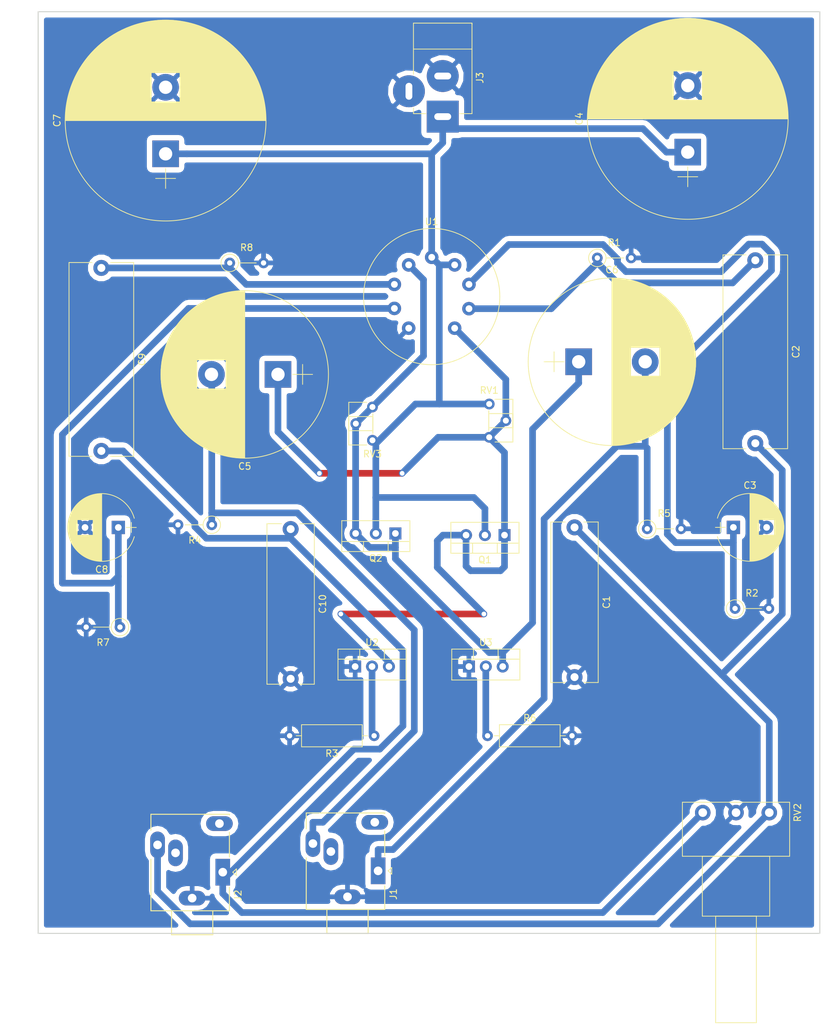
<source format=kicad_pcb>
(kicad_pcb (version 4) (host pcbnew 4.0.7)
  (layers (0 F.Cu signal) (31 B.Cu signal) (34 B.Paste user) (35 F.Paste user) (36 B.SilkS user) (37 F.SilkS user) (38 B.Mask user) (39 F.Mask user) (44 Edge.Cuts user))
  (net 0 "")
  (net 1 "Net-(C1-Pad1)")
  (net 2 GND)
  (net 3 "Net-(C2-Pad1)")
  (net 4 "Net-(C3-Pad1)")
  (net 5 +12V)
  (net 6 "Net-(C5-Pad1)")
  (net 7 "Net-(C5-Pad2)")
  (net 8 "Net-(C6-Pad1)")
  (net 9 "Net-(C6-Pad2)")
  (net 10 "Net-(C8-Pad1)")
  (net 11 "Net-(C9-Pad1)")
  (net 12 "Net-(C10-Pad1)")
  (net 13 "Net-(R3-Pad1)")
  (net 14 "Net-(R6-Pad1)")
  (module Capacitors_THT:CP_Radial_D10.0mm_P5.00mm (layer F.Cu) (at 50.55 94.5 180)
    (fp_text reference C8 (at 2.5 -6.31 180) (layer F.SilkS))
    (fp_text value 100u)
    (pad 1 thru_hole rect (at 0 0 180) (size 2 2) (drill 1) (layers *.Cu *.Mask) (net 10 "Net-(C8-Pad1)"))
    (pad 2 thru_hole circle (at 5 0 180) (size 2 2) (drill 1) (layers *.Cu *.Mask) (net 2 GND))
  )
  (module Capacitors_THT:CP_Radial_D30.0mm_P10.00mm_SnapIn (layer F.Cu) (at 57.658 38.354 90)
    (fp_text reference C7 (at 5 -16.31 90) (layer F.SilkS))
    (fp_text value 1000u)
    (pad 1 thru_hole rect (at 0 0 90) (size 4 4) (drill 2) (layers *.Cu *.Mask) (net 5 +12V))
    (pad 2 thru_hole circle (at 10 0 90) (size 4 4) (drill 2) (layers *.Cu *.Mask) (net 2 GND))
  )
  (module TO_SOT_Packages_THT:TO-220-3_Vertical (layer F.Cu) (at 108.2 95.75 180)
    (fp_text reference Q1 (at 2.54 -3.62 180) (layer F.SilkS))
    (fp_text value IRF610)
    (pad 1 thru_hole rect (at -0.4 0.1 180) (size 1.8 1.8) (drill 1) (layers *.Cu *.Mask) (net 6 "Net-(C5-Pad1)"))
    (pad 2 thru_hole oval (at 2.54 0.1 180) (size 1.8 1.8) (drill 1) (layers *.Cu *.Mask) (net 5 +12V))
    (pad 3 thru_hole oval (at 5.38 0.1 180) (size 1.8 1.8) (drill 1) (layers *.Cu *.Mask) (net 6 "Net-(C5-Pad1)"))
  )
  (module TO_SOT_Packages_THT:TO-220-3_Vertical (layer F.Cu) (at 91.8 95.5 180)
    (fp_text reference Q2 (at 2.54 -3.62 180) (layer F.SilkS))
    (fp_text value IRF610)
    (pad 1 thru_hole rect (at -0.4 0.1 180) (size 1.8 1.8) (drill 1) (layers *.Cu *.Mask) (net 8 "Net-(C6-Pad1)"))
    (pad 2 thru_hole oval (at 2.54 0.1 180) (size 1.8 1.8) (drill 1) (layers *.Cu *.Mask) (net 5 +12V))
    (pad 3 thru_hole oval (at 5.58 0.1 180) (size 1.8 1.8) (drill 1) (layers *.Cu *.Mask) (net 8 "Net-(C6-Pad1)"))
  )
  (module Capacitors_THT:C_Rect_L24.0mm_W7.0mm_P22.50mm_MKT (layer F.Cu) (at 119.126 94.488 270)
    (fp_text reference C1 (at 11.25 -4.81 270) (layer F.SilkS))
    (fp_text value .22u)
    (pad 1 thru_hole circle (at 0 0 270) (size 2.4 2.4) (drill 1.2) (layers *.Cu *.Mask) (net 1 "Net-(C1-Pad1)"))
    (pad 2 thru_hole circle (at 22.5 0 270) (size 2.4 2.4) (drill 1.2) (layers *.Cu *.Mask) (net 2 GND))
  )
  (module Capacitors_THT:C_Rect_L29.0mm_W9.6mm_P27.50mm_MKT (layer F.Cu) (at 146.3 54.35 270)
    (fp_text reference C2 (at 13.75 -6.11 270) (layer F.SilkS))
    (fp_text value 2.2u)
    (pad 1 thru_hole circle (at 0 0 270) (size 2.4 2.4) (drill 1.2) (layers *.Cu *.Mask) (net 3 "Net-(C2-Pad1)"))
    (pad 2 thru_hole circle (at 27.5 0 270) (size 2.4 2.4) (drill 1.2) (layers *.Cu *.Mask) (net 1 "Net-(C1-Pad1)"))
  )
  (module Capacitors_THT:CP_Radial_D10.0mm_P5.00mm (layer F.Cu) (at 143.002 94.488)
    (fp_text reference C3 (at 2.5 -6.31) (layer F.SilkS))
    (fp_text value 100u)
    (pad 1 thru_hole rect (at 0 0) (size 2 2) (drill 1) (layers *.Cu *.Mask) (net 4 "Net-(C3-Pad1)"))
    (pad 2 thru_hole circle (at 5 0) (size 2 2) (drill 1) (layers *.Cu *.Mask) (net 2 GND))
  )
  (module Capacitors_THT:CP_Radial_D30.0mm_P10.00mm_SnapIn (layer F.Cu) (at 136.144 38.1 90)
    (fp_text reference C4 (at 5 -16.31 90) (layer F.SilkS))
    (fp_text value 1000u)
    (pad 1 thru_hole rect (at 0 0 90) (size 4 4) (drill 2) (layers *.Cu *.Mask) (net 5 +12V))
    (pad 2 thru_hole circle (at 10 0 90) (size 4 4) (drill 2) (layers *.Cu *.Mask) (net 2 GND))
  )
  (module Capacitors_THT:CP_Radial_D25.0mm_P10.00mm_SnapIn (layer F.Cu) (at 74.55 71.5 180)
    (fp_text reference C5 (at 5 -13.81 180) (layer F.SilkS))
    (fp_text value 470u)
    (pad 1 thru_hole rect (at 0 0 180) (size 4 4) (drill 2) (layers *.Cu *.Mask) (net 6 "Net-(C5-Pad1)"))
    (pad 2 thru_hole circle (at 10 0 180) (size 4 4) (drill 2) (layers *.Cu *.Mask) (net 7 "Net-(C5-Pad2)"))
  )
  (module Capacitors_THT:CP_Radial_D25.0mm_P10.00mm_SnapIn (layer F.Cu) (at 119.75 69.6)
    (fp_text reference C6 (at 5 -13.81) (layer F.SilkS))
    (fp_text value 470u)
    (pad 1 thru_hole rect (at 0 0) (size 4 4) (drill 2) (layers *.Cu *.Mask) (net 8 "Net-(C6-Pad1)"))
    (pad 2 thru_hole circle (at 10 0) (size 4 4) (drill 2) (layers *.Cu *.Mask) (net 9 "Net-(C6-Pad2)"))
  )
  (module Capacitors_THT:C_Rect_L29.0mm_W9.6mm_P27.50mm_MKT (layer F.Cu) (at 48 55.5 270)
    (fp_text reference C9 (at 13.75 -6.11 270) (layer F.SilkS))
    (fp_text value 2.2u)
    (pad 1 thru_hole circle (at 0 0 270) (size 2.4 2.4) (drill 1.2) (layers *.Cu *.Mask) (net 11 "Net-(C9-Pad1)"))
    (pad 2 thru_hole circle (at 27.5 0 270) (size 2.4 2.4) (drill 1.2) (layers *.Cu *.Mask) (net 12 "Net-(C10-Pad1)"))
  )
  (module Capacitors_THT:C_Rect_L24.0mm_W7.0mm_P22.50mm_MKT (layer F.Cu) (at 76.454 94.742 270)
    (fp_text reference C10 (at 11.25 -4.81 270) (layer F.SilkS))
    (fp_text value .22u)
    (pad 1 thru_hole circle (at 0 0 270) (size 2.4 2.4) (drill 1.2) (layers *.Cu *.Mask) (net 12 "Net-(C10-Pad1)"))
    (pad 2 thru_hole circle (at 22.5 0 270) (size 2.4 2.4) (drill 1.2) (layers *.Cu *.Mask) (net 2 GND))
  )
  (module Connectors:StereoJack_3.5mm_Switch_Ledino_KB3SPRS_Horizontal (layer F.Cu) (at 89.6 146.1 90)
    (fp_text reference J1 (at -3.5 2.3 90) (layer F.SilkS))
    (fp_text value Audio_OUT)
    (pad 1 thru_hole rect (at 0 0 90) (size 4 2.2) (drill 1.3) (layers *.Cu *.Mask) (net 9 "Net-(C6-Pad2)"))
    (pad 4 thru_hole oval (at 7.3 -0.5 180) (size 4 2.2) (drill 1.3) (layers *.Cu *.Mask))
    (pad 5 thru_hole oval (at 2.9 -7.1 90) (size 4 2.2) (drill 1.3) (layers *.Cu *.Mask))
    (pad 2 thru_hole oval (at 4.1 -9.8 90) (size 4 2.2) (drill 1.3) (layers *.Cu *.Mask) (net 7 "Net-(C5-Pad2)"))
    (pad 3 thru_hole oval (at -3.9 -4.6 90) (size 2.2 4) (drill 1.3) (layers *.Cu *.Mask) (net 2 GND))
  )
  (module Connectors:StereoJack_3.5mm_Switch_Ledino_KB3SPRS_Horizontal (layer F.Cu) (at 66.25 146.3 90)
    (fp_text reference J2 (at -3.5 2.3 90) (layer F.SilkS))
    (fp_text value Audio_IN)
    (pad 1 thru_hole rect (at 0 0 90) (size 4 2.2) (drill 1.3) (layers *.Cu *.Mask) (net 12 "Net-(C10-Pad1)"))
    (pad 4 thru_hole oval (at 7.3 -0.5 180) (size 4 2.2) (drill 1.3) (layers *.Cu *.Mask))
    (pad 5 thru_hole oval (at 2.9 -7.1 90) (size 4 2.2) (drill 1.3) (layers *.Cu *.Mask))
    (pad 2 thru_hole oval (at 4.1 -9.8 90) (size 4 2.2) (drill 1.3) (layers *.Cu *.Mask) (net 1 "Net-(C1-Pad1)"))
    (pad 3 thru_hole oval (at -3.9 -4.6 90) (size 2.2 4) (drill 1.3) (layers *.Cu *.Mask) (net 2 GND))
  )
  (module Connectors:JACK_ALIM (layer F.Cu) (at 99.314 32.766 270)
    (fp_text reference J3 (at -5.84 -5.59 270) (layer F.SilkS))
    (fp_text value Jack-DC)
    (pad 2 thru_hole circle (at -6.1 0 270) (size 4.8 4.8) (drill oval 1.02 2.54) (layers *.Cu *.Mask) (net 2 GND))
    (pad 1 thru_hole rect (at 0 0 270) (size 4.8 4.8) (drill oval 1.02 2.54) (layers *.Cu *.Mask) (net 5 +12V))
    (pad 3 thru_hole circle (at -3.81 5.08 270) (size 4.8 4.8) (drill oval 2.54 1.02) (layers *.Cu *.Mask) (net 2 GND))
  )
  (module Resistors_THT:R_Axial_DIN0207_L6.3mm_D2.5mm_P5.08mm_Vertical (layer F.Cu) (at 122.55 54)
    (fp_text reference R1 (at 2.54 -2.31) (layer F.SilkS))
    (fp_text value 100k)
    (pad 1 thru_hole circle (at 0 0) (size 1.6 1.6) (drill 0.8) (layers *.Cu *.Mask) (net 3 "Net-(C2-Pad1)"))
    (pad 2 thru_hole oval (at 5.08 0) (size 1.6 1.6) (drill 0.8) (layers *.Cu *.Mask) (net 2 GND))
  )
  (module Resistors_THT:R_Axial_DIN0207_L6.3mm_D2.5mm_P5.08mm_Vertical (layer F.Cu) (at 143.256 106.68)
    (fp_text reference R2 (at 2.54 -2.31) (layer F.SilkS))
    (fp_text value 150)
    (pad 1 thru_hole circle (at 0 0) (size 1.6 1.6) (drill 0.8) (layers *.Cu *.Mask) (net 4 "Net-(C3-Pad1)"))
    (pad 2 thru_hole oval (at 5.08 0) (size 1.6 1.6) (drill 0.8) (layers *.Cu *.Mask) (net 2 GND))
  )
  (module Resistors_THT:R_Axial_DIN0309_L9.0mm_D3.2mm_P12.70mm_Horizontal (layer F.Cu) (at 89 125.8 180)
    (fp_text reference R3 (at 6.35 -2.66 180) (layer F.SilkS))
    (fp_text value 10)
    (pad 1 thru_hole circle (at 0 0 180) (size 1.6 1.6) (drill 0.8) (layers *.Cu *.Mask) (net 13 "Net-(R3-Pad1)"))
    (pad 2 thru_hole oval (at 12.7 0 180) (size 1.6 1.6) (drill 0.8) (layers *.Cu *.Mask) (net 2 GND))
  )
  (module Resistors_THT:R_Axial_DIN0207_L6.3mm_D2.5mm_P5.08mm_Vertical (layer F.Cu) (at 64.6 94.1 180)
    (fp_text reference R4 (at 2.54 -2.31 180) (layer F.SilkS))
    (fp_text value 1k)
    (pad 1 thru_hole circle (at 0 0 180) (size 1.6 1.6) (drill 0.8) (layers *.Cu *.Mask) (net 7 "Net-(C5-Pad2)"))
    (pad 2 thru_hole oval (at 5.08 0 180) (size 1.6 1.6) (drill 0.8) (layers *.Cu *.Mask) (net 2 GND))
  )
  (module Resistors_THT:R_Axial_DIN0207_L6.3mm_D2.5mm_P5.08mm_Vertical (layer F.Cu) (at 130.05 94.7)
    (fp_text reference R5 (at 2.54 -2.31) (layer F.SilkS))
    (fp_text value 1k)
    (pad 1 thru_hole circle (at 0 0) (size 1.6 1.6) (drill 0.8) (layers *.Cu *.Mask) (net 9 "Net-(C6-Pad2)"))
    (pad 2 thru_hole oval (at 5.08 0) (size 1.6 1.6) (drill 0.8) (layers *.Cu *.Mask) (net 2 GND))
  )
  (module Resistors_THT:R_Axial_DIN0309_L9.0mm_D3.2mm_P12.70mm_Horizontal (layer F.Cu) (at 106.05 125.8)
    (fp_text reference R6 (at 6.35 -2.66) (layer F.SilkS))
    (fp_text value 10)
    (pad 1 thru_hole circle (at 0 0) (size 1.6 1.6) (drill 0.8) (layers *.Cu *.Mask) (net 14 "Net-(R6-Pad1)"))
    (pad 2 thru_hole oval (at 12.7 0) (size 1.6 1.6) (drill 0.8) (layers *.Cu *.Mask) (net 2 GND))
  )
  (module Resistors_THT:R_Axial_DIN0207_L6.3mm_D2.5mm_P5.08mm_Vertical (layer F.Cu) (at 50.8 109.474 180)
    (fp_text reference R7 (at 2.54 -2.31 180) (layer F.SilkS))
    (fp_text value 150)
    (pad 1 thru_hole circle (at 0 0 180) (size 1.6 1.6) (drill 0.8) (layers *.Cu *.Mask) (net 10 "Net-(C8-Pad1)"))
    (pad 2 thru_hole oval (at 5.08 0 180) (size 1.6 1.6) (drill 0.8) (layers *.Cu *.Mask) (net 2 GND))
  )
  (module Resistors_THT:R_Axial_DIN0207_L6.3mm_D2.5mm_P5.08mm_Vertical (layer F.Cu) (at 67.3 54.75)
    (fp_text reference R8 (at 2.54 -2.31) (layer F.SilkS))
    (fp_text value 100k)
    (pad 1 thru_hole circle (at 0 0) (size 1.6 1.6) (drill 0.8) (layers *.Cu *.Mask) (net 11 "Net-(C9-Pad1)"))
    (pad 2 thru_hole oval (at 5.08 0) (size 1.6 1.6) (drill 0.8) (layers *.Cu *.Mask) (net 2 GND))
  )
  (module Potentiometers:Potentiometer_Trimmer_ACP_CA6h_Vertical (layer F.Cu) (at 106.3 75.95)
    (fp_text reference RV1 (at 0 -2.06) (layer F.SilkS))
    (fp_text value 50k)
    (pad 3 thru_hole circle (at 0 5) (size 1.62 1.62) (drill 0.9) (layers *.Cu *.Mask) (net 6 "Net-(C5-Pad1)"))
    (pad 2 thru_hole circle (at 2.5 2.5) (size 1.62 1.62) (drill 0.9) (layers *.Cu *.Mask) (net 6 "Net-(C5-Pad1)"))
    (pad 1 thru_hole circle (at 0 0) (size 1.62 1.62) (drill 0.9) (layers *.Cu *.Mask) (net 5 +12V))
  )
  (module Valves:VALVE-ECC-83-1 (layer F.Cu) (at 101.1071 64.5549)
    (fp_text reference U1 (at -3.45 -16) (layer F.SilkS))
    (fp_text value ECC81)
    (pad 1 thru_hole circle (at 0 0) (size 2.03 2.03) (drill 1.02) (layers *.Cu *.Mask) (net 6 "Net-(C5-Pad1)"))
    (pad 2 thru_hole circle (at 2.15 -2.93) (size 2.03 2.03) (drill 1.02) (layers *.Cu *.Mask) (net 3 "Net-(C2-Pad1)"))
    (pad 3 thru_hole circle (at 2.15 -6.58) (size 2.03 2.03) (drill 1.02) (layers *.Cu *.Mask) (net 4 "Net-(C3-Pad1)"))
    (pad 4 thru_hole circle (at 0 -9.51) (size 2.03 2.03) (drill 1.02) (layers *.Cu *.Mask) (net 5 +12V))
    (pad 5 thru_hole circle (at -3.45 -10.65) (size 2.03 2.03) (drill 1.02) (layers *.Cu *.Mask) (net 5 +12V))
    (pad 6 thru_hole circle (at -6.91 -9.51) (size 2.03 2.03) (drill 1.02) (layers *.Cu *.Mask) (net 8 "Net-(C6-Pad1)"))
    (pad 7 thru_hole circle (at -9.06 -6.58) (size 2.03 2.03) (drill 1.02) (layers *.Cu *.Mask) (net 11 "Net-(C9-Pad1)"))
    (pad 8 thru_hole circle (at -9.06 -2.97) (size 2.03 2.03) (drill 1.02) (layers *.Cu *.Mask) (net 10 "Net-(C8-Pad1)"))
    (pad 9 thru_hole circle (at -6.91 0) (size 2.03 2.03) (drill 1.02) (layers *.Cu *.Mask) (net 2 GND))
  )
  (module TO_SOT_Packages_THT:TO-220-3_Vertical (layer F.Cu) (at 86.15 115.4)
    (fp_text reference U2 (at 2.54 -3.62) (layer F.SilkS))
    (fp_text value LM317)
    (pad 1 thru_hole rect (at 0 0) (size 1.8 1.8) (drill 1) (layers *.Cu *.Mask) (net 2 GND))
    (pad 2 thru_hole oval (at 2.54 0) (size 1.8 1.8) (drill 1) (layers *.Cu *.Mask) (net 13 "Net-(R3-Pad1)"))
    (pad 3 thru_hole oval (at 5.08 0) (size 1.8 1.8) (drill 1) (layers *.Cu *.Mask) (net 6 "Net-(C5-Pad1)"))
  )
  (module TO_SOT_Packages_THT:TO-220-3_Vertical (layer F.Cu) (at 103.25 115.4)
    (fp_text reference U3 (at 2.54 -3.62) (layer F.SilkS))
    (fp_text value LM317)
    (pad 1 thru_hole rect (at 0 0) (size 1.8 1.8) (drill 1) (layers *.Cu *.Mask) (net 2 GND))
    (pad 2 thru_hole oval (at 2.54 0) (size 1.8 1.8) (drill 1) (layers *.Cu *.Mask) (net 14 "Net-(R6-Pad1)"))
    (pad 3 thru_hole oval (at 5.08 0) (size 1.8 1.8) (drill 1) (layers *.Cu *.Mask) (net 8 "Net-(C6-Pad1)"))
  )
  (module Potentiometers:Potentiometer_Piher_PC-16_Single_Vertical (layer F.Cu) (at 138.4 137.35 270)
    (fp_text reference RV2 (at 0 -14.25 270) (layer F.SilkS))
    (fp_text value 10k)
    (pad 3 thru_hole circle (at 0 -10 270) (size 2.34 2.34) (drill 1.3) (layers *.Cu *.Mask) (net 1 "Net-(C1-Pad1)"))
    (pad 2 thru_hole circle (at 0 -5 270) (size 2.34 2.34) (drill 1.3) (layers *.Cu *.Mask) (net 2 GND))
    (pad 1 thru_hole circle (at 0 0 270) (size 2.34 2.34) (drill 1.3) (layers *.Cu *.Mask) (net 12 "Net-(C10-Pad1)"))
  )
  (module Potentiometers:Potentiometer_Trimmer_ACP_CA6h_Vertical (layer F.Cu) (at 88.75 81.4 180)
    (fp_text reference RV3 (at 0 -2.06 180) (layer F.SilkS))
    (fp_text value 50k)
    (pad 3 thru_hole circle (at 0 5 180) (size 1.62 1.62) (drill 0.9) (layers *.Cu *.Mask) (net 8 "Net-(C6-Pad1)"))
    (pad 2 thru_hole circle (at 2.5 2.5 180) (size 1.62 1.62) (drill 0.9) (layers *.Cu *.Mask) (net 8 "Net-(C6-Pad1)"))
    (pad 1 thru_hole circle (at 0 0 180) (size 1.62 1.62) (drill 0.9) (layers *.Cu *.Mask) (net 5 +12V))
  )
  (gr_line (start 38.5 155.5) (end 38.5 17) (angle 90) (layer Edge.Cuts) (width 0.15))
  (gr_line (start 156 155.5) (end 38.5 155.5) (angle 90) (layer Edge.Cuts) (width 0.15))
  (gr_line (start 156 17) (end 156 155.5) (angle 90) (layer Edge.Cuts) (width 0.15))
  (gr_line (start 38.5 17) (end 156 17) (angle 90) (layer Edge.Cuts) (width 0.15))
  (segment (start 131.6842 154.0658) (end 148.4 137.35) (width 1) (layer B.Cu) (net 1))
  (segment (start 61.3512 154.0658) (end 131.6842 154.0658) (width 1) (layer B.Cu) (net 1))
  (segment (start 56.45 149.1646) (end 61.3512 154.0658) (width 1) (layer B.Cu) (net 1))
  (segment (start 56.45 142.2) (end 56.45 149.1646) (width 1) (layer B.Cu) (net 1))
  (segment (start 150.3506 107.4943) (end 141.2415 116.6034) (width 1) (layer B.Cu) (net 1))
  (segment (start 150.3506 85.9006) (end 150.3506 107.4943) (width 1) (layer B.Cu) (net 1))
  (segment (start 146.3 81.85) (end 150.3506 85.9006) (width 1) (layer B.Cu) (net 1))
  (segment (start 148.4 123.762) (end 141.2415 116.6034) (width 1) (layer B.Cu) (net 1))
  (segment (start 148.4 137.35) (end 148.4 123.762) (width 1) (layer B.Cu) (net 1))
  (segment (start 141.2415 116.6034) (end 119.126 94.488) (width 1) (layer B.Cu) (net 1))
  (segment (start 122.55 54.7071) (end 122.55 54) (width 1) (layer B.Cu) (net 3))
  (segment (start 115.6322 61.6249) (end 122.55 54.7071) (width 1) (layer B.Cu) (net 3))
  (segment (start 103.2571 61.6249) (end 115.6322 61.6249) (width 1) (layer B.Cu) (net 3))
  (segment (start 142.8994 57.7506) (end 146.3 54.35) (width 1) (layer B.Cu) (net 3))
  (segment (start 125.5935 57.7506) (end 142.8994 57.7506) (width 1) (layer B.Cu) (net 3))
  (segment (start 122.55 54.7071) (end 125.5935 57.7506) (width 1) (layer B.Cu) (net 3))
  (segment (start 143.002 106.426) (end 143.002 96.7775) (width 1) (layer B.Cu) (net 4))
  (segment (start 143.256 106.68) (end 143.002 106.426) (width 1) (layer B.Cu) (net 4))
  (segment (start 143.002 96.7775) (end 143.002 94.488) (width 1) (layer B.Cu) (net 4))
  (segment (start 109.2453 51.9867) (end 103.2571 57.9749) (width 1) (layer B.Cu) (net 4))
  (segment (start 123.4138 51.9867) (end 109.2453 51.9867) (width 1) (layer B.Cu) (net 4))
  (segment (start 125.5849 54.1578) (end 123.4138 51.9867) (width 1) (layer B.Cu) (net 4))
  (segment (start 125.5849 54.7855) (end 125.5849 54.1578) (width 1) (layer B.Cu) (net 4))
  (segment (start 126.8497 56.0503) (end 125.5849 54.7855) (width 1) (layer B.Cu) (net 4))
  (segment (start 141.1908 56.0503) (end 126.8497 56.0503) (width 1) (layer B.Cu) (net 4))
  (segment (start 145.3123 51.9288) (end 141.1908 56.0503) (width 1) (layer B.Cu) (net 4))
  (segment (start 147.3161 51.9288) (end 145.3123 51.9288) (width 1) (layer B.Cu) (net 4))
  (segment (start 148.7275 53.3402) (end 147.3161 51.9288) (width 1) (layer B.Cu) (net 4))
  (segment (start 148.7275 55.873) (end 148.7275 53.3402) (width 1) (layer B.Cu) (net 4))
  (segment (start 133.077 71.5235) (end 148.7275 55.873) (width 1) (layer B.Cu) (net 4))
  (segment (start 133.077 95.5178) (end 133.077 71.5235) (width 1) (layer B.Cu) (net 4))
  (segment (start 134.3367 96.7775) (end 133.077 95.5178) (width 1) (layer B.Cu) (net 4))
  (segment (start 143.002 96.7775) (end 134.3367 96.7775) (width 1) (layer B.Cu) (net 4))
  (segment (start 106.3 75.95) (end 98.7971 75.95) (width 1) (layer B.Cu) (net 5))
  (segment (start 104 90) (end 89.26 90) (width 1) (layer B.Cu) (net 5))
  (segment (start 105.66 91.66) (end 104 90) (width 1) (layer B.Cu) (net 5))
  (segment (start 105.66 95.65) (end 105.66 91.66) (width 1) (layer B.Cu) (net 5))
  (segment (start 89.26 90) (end 89.26 93.2996) (width 1) (layer B.Cu) (net 5))
  (segment (start 89.26 81.91) (end 89.26 90) (width 1) (layer B.Cu) (net 5))
  (segment (start 98.7971 75.95) (end 98.7971 55.0449) (width 1) (layer B.Cu) (net 5))
  (segment (start 98.7971 75.95) (end 95.22 75.95) (width 1) (layer B.Cu) (net 5))
  (segment (start 95.22 75.95) (end 89.26 81.91) (width 1) (layer B.Cu) (net 5))
  (segment (start 89.26 93.2996) (end 89.26 95.4) (width 1) (layer B.Cu) (net 5))
  (segment (start 88.75 81.4) (end 89.26 81.91) (width 1) (layer B.Cu) (net 5))
  (segment (start 99.314 32.766) (end 99.314 34.5661) (width 1) (layer B.Cu) (net 5))
  (segment (start 129.4098 34.5661) (end 132.9437 38.1) (width 1) (layer B.Cu) (net 5))
  (segment (start 99.314 34.5661) (end 129.4098 34.5661) (width 1) (layer B.Cu) (net 5))
  (segment (start 136.144 38.1) (end 132.9437 38.1) (width 1) (layer B.Cu) (net 5))
  (segment (start 57.658 38.354) (end 60.8583 38.354) (width 1) (layer B.Cu) (net 5))
  (segment (start 101.1071 55.0449) (end 98.7971 55.0449) (width 1) (layer B.Cu) (net 5))
  (segment (start 98.7971 55.0449) (end 97.6571 53.9049) (width 1) (layer B.Cu) (net 5))
  (segment (start 97.6571 53.9049) (end 97.6571 38.354) (width 1) (layer B.Cu) (net 5))
  (segment (start 99.314 36.6971) (end 97.6571 38.354) (width 1) (layer B.Cu) (net 5))
  (segment (start 99.314 34.5661) (end 99.314 36.6971) (width 1) (layer B.Cu) (net 5))
  (segment (start 97.6571 38.354) (end 60.8583 38.354) (width 1) (layer B.Cu) (net 5))
  (segment (start 93.218 86.36) (end 80.772 86.36) (width 1) (layer F.Cu) (net 6))
  (segment (start 98.628 80.95) (end 93.218 86.36) (width 1) (layer B.Cu) (net 6))
  (via (at 93.218 86.36) (size 0.8) (drill 0.7) (layers F.Cu B.Cu) (net 6))
  (segment (start 106.3 80.95) (end 98.628 80.95) (width 1) (layer B.Cu) (net 6))
  (segment (start 74.55 80.138) (end 74.55 71.5) (width 1) (layer B.Cu) (net 6))
  (segment (start 80.772 86.36) (end 74.55 80.138) (width 1) (layer B.Cu) (net 6))
  (via (at 80.772 86.36) (size 0.8) (drill 0.7) (layers F.Cu B.Cu) (net 6))
  (segment (start 91.23 114.73) (end 91.23 115.4) (width 1) (layer B.Cu) (net 6))
  (segment (start 84 107.5) (end 91.23 114.73) (width 1) (layer B.Cu) (net 6))
  (via (at 84 107.5) (size 0.8) (drill 0.7) (layers F.Cu B.Cu) (net 6))
  (segment (start 84 107.5) (end 105.5 107.5) (width 1) (layer F.Cu) (net 6))
  (via (at 105.5 107.5) (size 0.8) (drill 0.7) (layers F.Cu B.Cu) (net 6))
  (segment (start 98.5 100.5) (end 105.5 107.5) (width 1) (layer B.Cu) (net 6))
  (segment (start 98.5 96.5) (end 98.5 100.5) (width 1) (layer B.Cu) (net 6))
  (segment (start 99.35 95.65) (end 98.5 96.5) (width 1) (layer B.Cu) (net 6))
  (segment (start 102.82 95.65) (end 99.35 95.65) (width 1) (layer B.Cu) (net 6))
  (segment (start 108.6 83.25) (end 106.3 80.95) (width 1) (layer B.Cu) (net 6))
  (segment (start 108.6 95.65) (end 108.6 83.25) (width 1) (layer B.Cu) (net 6))
  (segment (start 108.6 100.4) (end 108.6 95.65) (width 1) (layer B.Cu) (net 6))
  (segment (start 108 101) (end 108.6 100.4) (width 1) (layer B.Cu) (net 6))
  (segment (start 103.5 101) (end 108 101) (width 1) (layer B.Cu) (net 6))
  (segment (start 102.82 100.32) (end 103.5 101) (width 1) (layer B.Cu) (net 6))
  (segment (start 102.82 95.65) (end 102.82 100.32) (width 1) (layer B.Cu) (net 6))
  (segment (start 108.8 72.2478) (end 101.1071 64.5549) (width 1) (layer B.Cu) (net 6))
  (segment (start 108.8 78.45) (end 108.8 72.2478) (width 1) (layer B.Cu) (net 6))
  (segment (start 108.8 78.45) (end 106.3 80.95) (width 1) (layer B.Cu) (net 6))
  (segment (start 79.8 142) (end 79.8 138.7997) (width 1) (layer B.Cu) (net 7))
  (segment (start 81.3087 138.7997) (end 79.8 138.7997) (width 1) (layer B.Cu) (net 7))
  (segment (start 95.04 125.0684) (end 81.3087 138.7997) (width 1) (layer B.Cu) (net 7))
  (segment (start 95.04 109.9042) (end 95.04 125.0684) (width 1) (layer B.Cu) (net 7))
  (segment (start 77.4483 92.3125) (end 95.04 109.9042) (width 1) (layer B.Cu) (net 7))
  (segment (start 64.6 92.3125) (end 77.4483 92.3125) (width 1) (layer B.Cu) (net 7))
  (segment (start 64.6 94.1) (end 64.6 92.3125) (width 1) (layer B.Cu) (net 7))
  (segment (start 64.6 71.55) (end 64.55 71.5) (width 1) (layer B.Cu) (net 7))
  (segment (start 64.6 92.3125) (end 64.6 71.55) (width 1) (layer B.Cu) (net 7))
  (segment (start 106.2997 113.2997) (end 108.33 113.2997) (width 1) (layer B.Cu) (net 8))
  (segment (start 92.2 99.2) (end 106.2997 113.2997) (width 1) (layer B.Cu) (net 8))
  (segment (start 92.2 97.5003) (end 92.2 99.2) (width 1) (layer B.Cu) (net 8))
  (segment (start 92.2 97.5003) (end 92.2 97.5003) (width 1) (layer B.Cu) (net 8))
  (segment (start 86.25 78.9) (end 88.75 76.4) (width 1) (layer B.Cu) (net 8))
  (segment (start 86.22 78.93) (end 86.22 93.5768) (width 1) (layer B.Cu) (net 8))
  (segment (start 96.4244 57.2722) (end 94.1971 55.0449) (width 1) (layer B.Cu) (net 8))
  (segment (start 88.75 76.4) (end 96.4244 68.7256) (width 1) (layer B.Cu) (net 8))
  (segment (start 96.4244 68.7256) (end 96.4244 57.2722) (width 1) (layer B.Cu) (net 8))
  (segment (start 92.2 95.4) (end 92.2 97.5003) (width 1) (layer B.Cu) (net 8))
  (segment (start 86.25 78.9) (end 86.22 78.93) (width 1) (layer B.Cu) (net 8))
  (segment (start 86.22 93.5768) (end 86.22 95.4) (width 1) (layer B.Cu) (net 8))
  (segment (start 108.33 115.4) (end 108.33 113.2997) (width 1) (layer B.Cu) (net 8))
  (segment (start 119.75 69.6) (end 119.75 72.8003) (width 1) (layer B.Cu) (net 8))
  (segment (start 112.8192 79.7311) (end 119.75 72.8003) (width 1) (layer B.Cu) (net 8))
  (segment (start 108.33 113.2997) (end 112.8192 108.8105) (width 1) (layer B.Cu) (net 8))
  (segment (start 112.8192 108.8105) (end 112.8192 79.7311) (width 1) (layer B.Cu) (net 8))
  (segment (start 88.3311 97.5003) (end 92.2 97.5003) (width 1) (layer B.Cu) (net 8))
  (segment (start 86.22 95.3892) (end 88.3311 97.5003) (width 1) (layer B.Cu) (net 8))
  (segment (start 86.22 93.5768) (end 86.22 95.3892) (width 1) (layer B.Cu) (net 8))
  (segment (start 89.6 146.1) (end 89.6 142.8997) (width 1) (layer B.Cu) (net 9))
  (segment (start 129.75 69.6) (end 129.75 82.3) (width 1) (layer B.Cu) (net 9))
  (segment (start 130.05 82.6) (end 129.75 82.3) (width 1) (layer B.Cu) (net 9))
  (segment (start 130.05 94.7) (end 130.05 82.6) (width 1) (layer B.Cu) (net 9))
  (segment (start 125.478 82.3) (end 129.75 82.3) (width 1) (layer B.Cu) (net 9))
  (segment (start 114.5578 93.2202) (end 125.478 82.3) (width 1) (layer B.Cu) (net 9))
  (segment (start 114.5578 120.1827) (end 114.5578 93.2202) (width 1) (layer B.Cu) (net 9))
  (segment (start 91.8408 142.8997) (end 114.5578 120.1827) (width 1) (layer B.Cu) (net 9))
  (segment (start 89.6 142.8997) (end 91.8408 142.8997) (width 1) (layer B.Cu) (net 9))
  (segment (start 42.1439 102.87) (end 49.53 102.87) (width 1) (layer B.Cu) (net 10))
  (segment (start 49.53 102.87) (end 50.55 101.85) (width 1) (layer B.Cu) (net 10))
  (segment (start 92.0471 61.5849) (end 61.1051 61.5849) (width 1) (layer B.Cu) (net 10))
  (segment (start 61.1051 61.5849) (end 42.1439 80.5461) (width 1) (layer B.Cu) (net 10))
  (segment (start 42.1439 80.5461) (end 42.1439 102.87) (width 1) (layer B.Cu) (net 10))
  (segment (start 50.55 109.224) (end 50.55 101.85) (width 1) (layer B.Cu) (net 10))
  (segment (start 50.55 101.85) (end 50.55 94.5) (width 1) (layer B.Cu) (net 10))
  (segment (start 50.8 109.474) (end 50.55 109.224) (width 1) (layer B.Cu) (net 10))
  (segment (start 67.3 55.5) (end 48 55.5) (width 1) (layer B.Cu) (net 11))
  (segment (start 69.7749 57.9749) (end 67.3 55.5) (width 1) (layer B.Cu) (net 11))
  (segment (start 92.0471 57.9749) (end 69.7749 57.9749) (width 1) (layer B.Cu) (net 11))
  (segment (start 67.3 55.5) (end 67.3 54.75) (width 1) (layer B.Cu) (net 11))
  (segment (start 69.1151 152.3654) (end 66.25 149.5003) (width 1) (layer B.Cu) (net 12))
  (segment (start 123.3846 152.3654) (end 69.1151 152.3654) (width 1) (layer B.Cu) (net 12))
  (segment (start 138.4 137.35) (end 123.3846 152.3654) (width 1) (layer B.Cu) (net 12))
  (segment (start 66.25 146.3) (end 66.25 147.5249) (width 1) (layer B.Cu) (net 12))
  (segment (start 66.25 147.5249) (end 66.25 149.5003) (width 1) (layer B.Cu) (net 12))
  (segment (start 51.268 83) (end 48 83) (width 1) (layer B.Cu) (net 12))
  (segment (start 62.06 93.792) (end 51.268 83) (width 1) (layer B.Cu) (net 12))
  (segment (start 62.06 94.3915) (end 62.06 93.792) (width 1) (layer B.Cu) (net 12))
  (segment (start 63.7872 96.1187) (end 62.06 94.3915) (width 1) (layer B.Cu) (net 12))
  (segment (start 76.454 96.1187) (end 63.7872 96.1187) (width 1) (layer B.Cu) (net 12))
  (segment (start 93.3396 113.0043) (end 76.454 96.1187) (width 1) (layer B.Cu) (net 12))
  (segment (start 93.3396 124.3177) (end 93.3396 113.0043) (width 1) (layer B.Cu) (net 12))
  (segment (start 89.8501 127.8072) (end 93.3396 124.3177) (width 1) (layer B.Cu) (net 12))
  (segment (start 85.9677 127.8072) (end 89.8501 127.8072) (width 1) (layer B.Cu) (net 12))
  (segment (start 66.25 147.5249) (end 85.9677 127.8072) (width 1) (layer B.Cu) (net 12))
  (segment (start 76.454 96.1187) (end 76.454 94.742) (width 1) (layer B.Cu) (net 12))
  (segment (start 88.69 125.49) (end 89 125.8) (width 1) (layer B.Cu) (net 13))
  (segment (start 88.69 115.4) (end 88.69 125.49) (width 1) (layer B.Cu) (net 13))
  (segment (start 105.79 125.54) (end 106.05 125.8) (width 1) (layer B.Cu) (net 14))
  (segment (start 105.79 115.4) (end 105.79 125.54) (width 1) (layer B.Cu) (net 14))
  (zone (net 2) (net_name GND) (layer B.Cu) (connect_pads (clearance 0.8)) (min_thickness 0.7) (fill yes (arc_segments 16) (thermal_gap 0.71) (thermal_bridge_width 0.71))
    (polygon (pts (xy 38.354 17.018) (xy 156.21 16.51) (xy 157.226 161.544) (xy 32.766 156.464) (xy 34.29 15.24)))
  )
)
</source>
